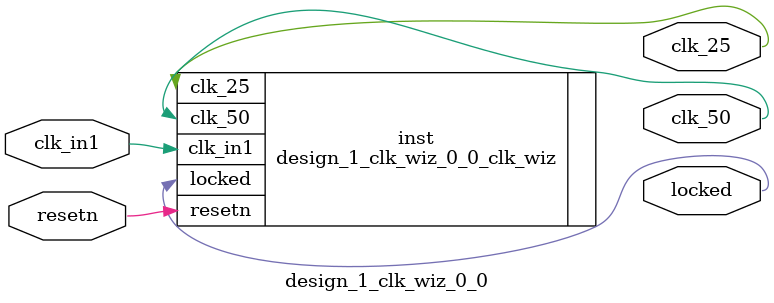
<source format=v>


`timescale 1ps/1ps

(* CORE_GENERATION_INFO = "design_1_clk_wiz_0_0,clk_wiz_v6_0_0_0,{component_name=design_1_clk_wiz_0_0,use_phase_alignment=true,use_min_o_jitter=false,use_max_i_jitter=false,use_dyn_phase_shift=false,use_inclk_switchover=false,use_dyn_reconfig=false,enable_axi=0,feedback_source=FDBK_AUTO,PRIMITIVE=MMCM,num_out_clk=2,clkin1_period=10.000,clkin2_period=10.000,use_power_down=false,use_reset=true,use_locked=true,use_inclk_stopped=false,feedback_type=SINGLE,CLOCK_MGR_TYPE=NA,manual_override=false}" *)

module design_1_clk_wiz_0_0 
 (
  // Clock out ports
  output        clk_25,
  output        clk_50,
  // Status and control signals
  input         resetn,
  output        locked,
 // Clock in ports
  input         clk_in1
 );

  design_1_clk_wiz_0_0_clk_wiz inst
  (
  // Clock out ports  
  .clk_25(clk_25),
  .clk_50(clk_50),
  // Status and control signals               
  .resetn(resetn), 
  .locked(locked),
 // Clock in ports
  .clk_in1(clk_in1)
  );

endmodule

</source>
